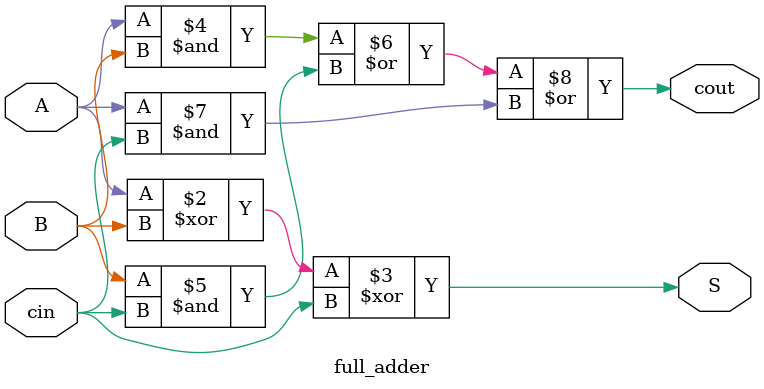
<source format=sv>
module subadder
(
	input  [7:0] A, B,
	input         fn,
	output [7:0] S,
	output        X_S
//	,output cout
);
    

    logic[8:0] c; //unsure if I should use logic or wire here
    assign c[0] = fn;
    generate
            for (genvar i = 0; i < 8; i = i + 1) begin: rca_9
            full_adder fa(.A(A[i]), .B(B[i] ^ fn), .cin(c[i]), .S(S[i]), .cout(c[i+1]));
            end
    endgenerate
    full_adder fa(.A(A[7]), .B(B[7] ^ fn), .S(S[8]), .cin(c[7]));
//    assign cout = c[8];
    //assign S = A + B;
    //test testing line
endmodule

module full_adder
(
    input logic A, B, cin,
    output logic S, cout
);
    assign S = A ^ B ^ cin;
    assign cout = (A & B) | (B & cin) | (A & cin);
endmodule
</source>
